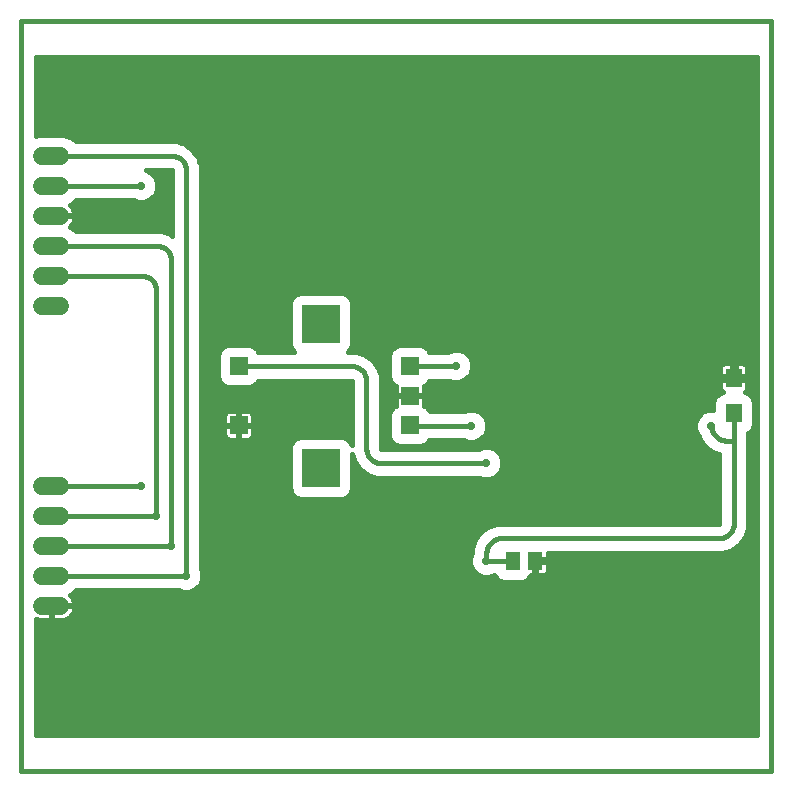
<source format=gbl>
G75*
%MOIN*%
%OFA0B0*%
%FSLAX24Y24*%
%IPPOS*%
%LPD*%
%AMOC8*
5,1,8,0,0,1.08239X$1,22.5*
%
%ADD10C,0.0160*%
%ADD11R,0.0512X0.0591*%
%ADD12R,0.0551X0.0630*%
%ADD13R,0.0594X0.0594*%
%ADD14R,0.1266X0.1266*%
%ADD15C,0.0600*%
%ADD16C,0.0280*%
D10*
X002050Y000180D02*
X002050Y025180D01*
X027050Y025180D01*
X027050Y000180D01*
X002050Y000180D01*
X002530Y001380D02*
X002530Y005253D01*
X002566Y005235D01*
X002638Y005212D01*
X002712Y005200D01*
X003030Y005200D01*
X003030Y005660D01*
X003070Y005660D01*
X003070Y005700D01*
X003830Y005700D01*
X003830Y005718D01*
X003818Y005792D01*
X003795Y005864D01*
X003761Y005932D01*
X003716Y005993D01*
X003663Y006046D01*
X003658Y006050D01*
X003747Y006087D01*
X003860Y006200D01*
X007298Y006200D01*
X007443Y006140D01*
X007657Y006140D01*
X007856Y006222D01*
X008008Y006374D01*
X008090Y006573D01*
X008090Y006787D01*
X008030Y006932D01*
X008030Y020335D01*
X007934Y020630D01*
X007934Y020630D01*
X007752Y020882D01*
X007500Y021064D01*
X007205Y021160D01*
X003860Y021160D01*
X003747Y021273D01*
X003489Y021380D01*
X002611Y021380D01*
X002530Y021347D01*
X002530Y023980D01*
X026570Y023980D01*
X026570Y001380D01*
X002530Y001380D01*
X002530Y001448D02*
X026570Y001448D01*
X026570Y001607D02*
X002530Y001607D01*
X002530Y001765D02*
X026570Y001765D01*
X026570Y001924D02*
X002530Y001924D01*
X002530Y002082D02*
X026570Y002082D01*
X026570Y002241D02*
X002530Y002241D01*
X002530Y002399D02*
X026570Y002399D01*
X026570Y002558D02*
X002530Y002558D01*
X002530Y002716D02*
X026570Y002716D01*
X026570Y002875D02*
X002530Y002875D01*
X002530Y003033D02*
X026570Y003033D01*
X026570Y003192D02*
X002530Y003192D01*
X002530Y003350D02*
X026570Y003350D01*
X026570Y003509D02*
X002530Y003509D01*
X002530Y003667D02*
X026570Y003667D01*
X026570Y003826D02*
X002530Y003826D01*
X002530Y003984D02*
X026570Y003984D01*
X026570Y004143D02*
X002530Y004143D01*
X002530Y004301D02*
X026570Y004301D01*
X026570Y004460D02*
X002530Y004460D01*
X002530Y004618D02*
X026570Y004618D01*
X026570Y004777D02*
X002530Y004777D01*
X002530Y004935D02*
X026570Y004935D01*
X026570Y005094D02*
X002530Y005094D01*
X002530Y005252D02*
X002533Y005252D01*
X003030Y005252D02*
X003070Y005252D01*
X003070Y005200D02*
X003388Y005200D01*
X003462Y005212D01*
X003534Y005235D01*
X003602Y005269D01*
X003663Y005314D01*
X003716Y005367D01*
X003761Y005428D01*
X003795Y005496D01*
X003818Y005568D01*
X003830Y005642D01*
X003830Y005660D01*
X003070Y005660D01*
X003070Y005200D01*
X003070Y005411D02*
X003030Y005411D01*
X003030Y005569D02*
X003070Y005569D01*
X003567Y005252D02*
X026570Y005252D01*
X026570Y005411D02*
X003748Y005411D01*
X003818Y005569D02*
X026570Y005569D01*
X026570Y005728D02*
X003828Y005728D01*
X003784Y005886D02*
X026570Y005886D01*
X026570Y006045D02*
X003664Y006045D01*
X003050Y006680D02*
X007550Y006680D01*
X007550Y020180D01*
X007070Y020180D02*
X007070Y018014D01*
X007000Y018064D01*
X006705Y018160D01*
X003860Y018160D01*
X003747Y018273D01*
X003658Y018310D01*
X003663Y018314D01*
X003716Y018367D01*
X003761Y018428D01*
X003795Y018496D01*
X003818Y018568D01*
X003830Y018642D01*
X003830Y018660D01*
X003070Y018660D01*
X003070Y018700D01*
X003830Y018700D01*
X003830Y018718D01*
X003818Y018792D01*
X003795Y018864D01*
X003761Y018932D01*
X003716Y018993D01*
X003663Y019046D01*
X003658Y019050D01*
X003747Y019087D01*
X003860Y019200D01*
X005798Y019200D01*
X005943Y019140D01*
X006157Y019140D01*
X006356Y019222D01*
X006508Y019374D01*
X006590Y019573D01*
X006590Y019787D01*
X006508Y019986D01*
X006356Y020138D01*
X006206Y020200D01*
X007050Y020200D01*
X007053Y020200D01*
X007059Y020198D01*
X007064Y020194D01*
X007068Y020189D01*
X007070Y020183D01*
X007070Y020180D01*
X007550Y020180D02*
X007548Y020224D01*
X007542Y020267D01*
X007533Y020309D01*
X007520Y020351D01*
X007503Y020391D01*
X007483Y020430D01*
X007460Y020467D01*
X007433Y020501D01*
X007404Y020534D01*
X007371Y020563D01*
X007337Y020590D01*
X007300Y020613D01*
X007261Y020633D01*
X007221Y020650D01*
X007179Y020663D01*
X007137Y020672D01*
X007094Y020678D01*
X007050Y020680D01*
X003050Y020680D01*
X003759Y021261D02*
X026570Y021261D01*
X026570Y021419D02*
X002530Y021419D01*
X002530Y021578D02*
X026570Y021578D01*
X026570Y021736D02*
X002530Y021736D01*
X002530Y021895D02*
X026570Y021895D01*
X026570Y022053D02*
X002530Y022053D01*
X002530Y022212D02*
X026570Y022212D01*
X026570Y022370D02*
X002530Y022370D01*
X002530Y022529D02*
X026570Y022529D01*
X026570Y022687D02*
X002530Y022687D01*
X002530Y022846D02*
X026570Y022846D01*
X026570Y023004D02*
X002530Y023004D01*
X002530Y023163D02*
X026570Y023163D01*
X026570Y023321D02*
X002530Y023321D01*
X002530Y023480D02*
X026570Y023480D01*
X026570Y023638D02*
X002530Y023638D01*
X002530Y023797D02*
X026570Y023797D01*
X026570Y023955D02*
X002530Y023955D01*
X006324Y020151D02*
X007070Y020151D01*
X007070Y019993D02*
X006501Y019993D01*
X006571Y019834D02*
X007070Y019834D01*
X007070Y019676D02*
X006590Y019676D01*
X006567Y019517D02*
X007070Y019517D01*
X007070Y019359D02*
X006492Y019359D01*
X006302Y019200D02*
X007070Y019200D01*
X007070Y019042D02*
X003667Y019042D01*
X003785Y018883D02*
X007070Y018883D01*
X007070Y018725D02*
X003829Y018725D01*
X003818Y018566D02*
X007070Y018566D01*
X007070Y018408D02*
X003745Y018408D01*
X003771Y018249D02*
X007070Y018249D01*
X007070Y018091D02*
X006919Y018091D01*
X007000Y018064D02*
X007000Y018064D01*
X006550Y017680D02*
X003050Y017680D01*
X003050Y016680D02*
X006050Y016680D01*
X006094Y016678D01*
X006137Y016672D01*
X006179Y016663D01*
X006221Y016650D01*
X006261Y016633D01*
X006300Y016613D01*
X006337Y016590D01*
X006371Y016563D01*
X006404Y016534D01*
X006433Y016501D01*
X006460Y016467D01*
X006483Y016430D01*
X006503Y016391D01*
X006520Y016351D01*
X006533Y016309D01*
X006542Y016267D01*
X006548Y016224D01*
X006550Y016180D01*
X006550Y008680D01*
X003050Y008680D01*
X003050Y007680D02*
X007050Y007680D01*
X007050Y017180D01*
X007048Y017224D01*
X007042Y017267D01*
X007033Y017309D01*
X007020Y017351D01*
X007003Y017391D01*
X006983Y017430D01*
X006960Y017467D01*
X006933Y017501D01*
X006904Y017534D01*
X006871Y017563D01*
X006837Y017590D01*
X006800Y017613D01*
X006761Y017633D01*
X006721Y017650D01*
X006679Y017663D01*
X006637Y017672D01*
X006594Y017678D01*
X006550Y017680D01*
X008030Y017615D02*
X026570Y017615D01*
X026570Y017457D02*
X008030Y017457D01*
X008030Y017298D02*
X026570Y017298D01*
X026570Y017140D02*
X008030Y017140D01*
X008030Y016981D02*
X026570Y016981D01*
X026570Y016823D02*
X008030Y016823D01*
X008030Y016664D02*
X026570Y016664D01*
X026570Y016506D02*
X008030Y016506D01*
X008030Y016347D02*
X026570Y016347D01*
X026570Y016189D02*
X008030Y016189D01*
X008030Y016030D02*
X011167Y016030D01*
X011190Y016054D02*
X011078Y015941D01*
X011017Y015794D01*
X011017Y014369D01*
X011078Y014222D01*
X011155Y014144D01*
X009948Y014144D01*
X009930Y014188D01*
X009818Y014300D01*
X009671Y014361D01*
X008918Y014361D01*
X008771Y014300D01*
X008658Y014188D01*
X008597Y014041D01*
X008597Y013288D01*
X008658Y013141D01*
X008771Y013028D01*
X008918Y012967D01*
X009671Y012967D01*
X009818Y013028D01*
X009930Y013141D01*
X009948Y013184D01*
X013066Y013184D01*
X013066Y013184D01*
X013068Y013184D01*
X013069Y013183D01*
X013070Y013182D01*
X013070Y013181D01*
X013070Y013180D01*
X013070Y011023D01*
X013022Y011138D01*
X012910Y011251D01*
X012763Y011311D01*
X011337Y011311D01*
X011190Y011251D01*
X011078Y011138D01*
X011017Y010991D01*
X011017Y009566D01*
X011078Y009419D01*
X011190Y009306D01*
X011337Y009245D01*
X012763Y009245D01*
X012910Y009306D01*
X013022Y009419D01*
X013083Y009566D01*
X013083Y010735D01*
X013166Y010480D01*
X013166Y010480D01*
X013348Y010228D01*
X013348Y010228D01*
X013348Y010228D01*
X013600Y010046D01*
X013895Y009950D01*
X017298Y009950D01*
X017443Y009890D01*
X017657Y009890D01*
X017856Y009972D01*
X018008Y010124D01*
X018090Y010323D01*
X018090Y010537D01*
X018008Y010736D01*
X017856Y010888D01*
X017657Y010970D01*
X017443Y010970D01*
X017298Y010910D01*
X014050Y010910D01*
X014047Y010910D01*
X014041Y010912D01*
X014036Y010916D01*
X014032Y010921D01*
X014030Y010927D01*
X014030Y010930D01*
X014030Y013333D01*
X013936Y013623D01*
X013756Y013870D01*
X013756Y013870D01*
X013509Y014050D01*
X013218Y014144D01*
X012945Y014144D01*
X013022Y014222D01*
X013083Y014369D01*
X013083Y015794D01*
X013022Y015941D01*
X012910Y016054D01*
X012763Y016115D01*
X011337Y016115D01*
X011190Y016054D01*
X011049Y015872D02*
X008030Y015872D01*
X008030Y015713D02*
X011017Y015713D01*
X011017Y015555D02*
X008030Y015555D01*
X008030Y015396D02*
X011017Y015396D01*
X011017Y015238D02*
X008030Y015238D01*
X008030Y015079D02*
X011017Y015079D01*
X011017Y014921D02*
X008030Y014921D01*
X008030Y014762D02*
X011017Y014762D01*
X011017Y014604D02*
X008030Y014604D01*
X008030Y014445D02*
X011017Y014445D01*
X011051Y014287D02*
X009831Y014287D01*
X009294Y013664D02*
X013066Y013664D01*
X013108Y013662D01*
X013150Y013657D01*
X013191Y013648D01*
X013232Y013635D01*
X013271Y013619D01*
X013308Y013599D01*
X013344Y013576D01*
X013377Y013551D01*
X013408Y013522D01*
X013437Y013491D01*
X013462Y013458D01*
X013485Y013422D01*
X013505Y013385D01*
X013521Y013346D01*
X013534Y013305D01*
X013543Y013264D01*
X013548Y013222D01*
X013550Y013180D01*
X013550Y010930D01*
X014030Y010958D02*
X017414Y010958D01*
X017356Y011222D02*
X017508Y011374D01*
X017590Y011573D01*
X017590Y011787D01*
X017508Y011986D01*
X017356Y012138D01*
X017157Y012220D01*
X016943Y012220D01*
X016798Y012160D01*
X015663Y012160D01*
X015639Y012219D01*
X015526Y012332D01*
X015478Y012352D01*
X015480Y012359D01*
X015480Y012662D01*
X015021Y012662D01*
X015021Y012698D01*
X015480Y012698D01*
X015480Y013001D01*
X015478Y013008D01*
X015526Y013028D01*
X015639Y013141D01*
X015657Y013184D01*
X016336Y013184D01*
X016443Y013140D01*
X016657Y013140D01*
X016856Y013222D01*
X017008Y013374D01*
X017090Y013573D01*
X017090Y013787D01*
X017008Y013986D01*
X016856Y014138D01*
X016657Y014220D01*
X016443Y014220D01*
X016260Y014144D01*
X015657Y014144D01*
X015639Y014188D01*
X015526Y014300D01*
X015379Y014361D01*
X014626Y014361D01*
X014479Y014300D01*
X014367Y014188D01*
X014306Y014041D01*
X014306Y013288D01*
X014367Y013141D01*
X014479Y013028D01*
X014528Y013008D01*
X014526Y013001D01*
X014526Y012698D01*
X014984Y012698D01*
X014984Y012662D01*
X014526Y012662D01*
X014526Y012359D01*
X014528Y012352D01*
X014479Y012332D01*
X014367Y012219D01*
X014306Y012072D01*
X014306Y011319D01*
X014367Y011172D01*
X014479Y011060D01*
X014626Y010999D01*
X015379Y010999D01*
X015526Y011060D01*
X015639Y011172D01*
X015650Y011200D01*
X016798Y011200D01*
X016943Y011140D01*
X017157Y011140D01*
X017356Y011222D01*
X017409Y011275D02*
X024651Y011275D01*
X024666Y011230D02*
X024666Y011230D01*
X024632Y011334D01*
X024592Y011374D01*
X024510Y011573D01*
X024510Y011787D01*
X024592Y011986D01*
X024744Y012138D01*
X024943Y012220D01*
X025124Y012220D01*
X025124Y012484D01*
X025185Y012631D01*
X025298Y012744D01*
X025434Y012800D01*
X025414Y012812D01*
X025380Y012845D01*
X025357Y012886D01*
X025344Y012932D01*
X025344Y013213D01*
X025742Y013213D01*
X025742Y013328D01*
X025344Y013328D01*
X025344Y013609D01*
X025357Y013655D01*
X025380Y013696D01*
X025414Y013730D01*
X025455Y013753D01*
X025501Y013766D01*
X025742Y013766D01*
X025742Y013328D01*
X025858Y013328D01*
X026256Y013328D01*
X026256Y013609D01*
X026243Y013655D01*
X026220Y013696D01*
X026186Y013730D01*
X026145Y013753D01*
X026099Y013766D01*
X025858Y013766D01*
X025858Y013328D01*
X025858Y013213D01*
X026256Y013213D01*
X026256Y012932D01*
X026243Y012886D01*
X026220Y012845D01*
X026186Y012812D01*
X026166Y012800D01*
X026302Y012744D01*
X026415Y012631D01*
X026476Y012484D01*
X026476Y011695D01*
X026415Y011548D01*
X026302Y011435D01*
X026280Y011426D01*
X026280Y008275D01*
X026184Y007980D01*
X026184Y007980D01*
X026002Y007728D01*
X026002Y007728D01*
X026002Y007728D01*
X025750Y007546D01*
X025750Y007546D01*
X025455Y007450D01*
X019610Y007450D01*
X019610Y007228D01*
X019222Y007228D01*
X019222Y007132D01*
X019222Y006705D01*
X019454Y006705D01*
X019499Y006717D01*
X019540Y006741D01*
X019574Y006774D01*
X019598Y006815D01*
X019610Y006861D01*
X019610Y007132D01*
X019222Y007132D01*
X019126Y007132D01*
X019126Y006705D01*
X019040Y006705D01*
X019021Y006658D01*
X018908Y006546D01*
X018761Y006485D01*
X018091Y006485D01*
X017943Y006546D01*
X017831Y006658D01*
X017814Y006700D01*
X017802Y006700D01*
X017657Y006640D01*
X017443Y006640D01*
X017244Y006722D01*
X017092Y006874D01*
X017010Y007073D01*
X017010Y007287D01*
X017070Y007432D01*
X017070Y007585D01*
X017166Y007880D01*
X017166Y007880D01*
X017348Y008132D01*
X017348Y008132D01*
X017348Y008132D01*
X017600Y008314D01*
X017600Y008314D01*
X017895Y008410D01*
X025300Y008410D01*
X025303Y008410D01*
X025309Y008412D01*
X025314Y008416D01*
X025318Y008421D01*
X025320Y008427D01*
X025320Y008427D01*
X025320Y008430D01*
X025320Y010724D01*
X025100Y010796D01*
X025100Y010796D01*
X024848Y010978D01*
X024848Y010978D01*
X024848Y010978D01*
X024666Y011230D01*
X024748Y011117D02*
X015583Y011117D01*
X015019Y011680D02*
X017050Y011680D01*
X017426Y012068D02*
X024674Y012068D01*
X024560Y011909D02*
X017540Y011909D01*
X017590Y011751D02*
X024510Y011751D01*
X024510Y011592D02*
X017590Y011592D01*
X017532Y011434D02*
X024568Y011434D01*
X024876Y010958D02*
X017686Y010958D01*
X017944Y010800D02*
X025095Y010800D01*
X025320Y010641D02*
X018047Y010641D01*
X018090Y010483D02*
X025320Y010483D01*
X025320Y010324D02*
X018090Y010324D01*
X018025Y010166D02*
X025320Y010166D01*
X025320Y010007D02*
X017891Y010007D01*
X017550Y010430D02*
X014050Y010430D01*
X014006Y010432D01*
X013963Y010438D01*
X013921Y010447D01*
X013879Y010460D01*
X013839Y010477D01*
X013800Y010497D01*
X013763Y010520D01*
X013729Y010547D01*
X013696Y010576D01*
X013667Y010609D01*
X013640Y010643D01*
X013617Y010680D01*
X013597Y010719D01*
X013580Y010759D01*
X013567Y010801D01*
X013558Y010843D01*
X013552Y010886D01*
X013550Y010930D01*
X014030Y011117D02*
X014423Y011117D01*
X014324Y011275D02*
X014030Y011275D01*
X014030Y011434D02*
X014306Y011434D01*
X014306Y011592D02*
X014030Y011592D01*
X014030Y011751D02*
X014306Y011751D01*
X014306Y011909D02*
X014030Y011909D01*
X014030Y012068D02*
X014306Y012068D01*
X014374Y012226D02*
X014030Y012226D01*
X014030Y012385D02*
X014526Y012385D01*
X014526Y012543D02*
X014030Y012543D01*
X014030Y012702D02*
X014526Y012702D01*
X014526Y012860D02*
X014030Y012860D01*
X014030Y013019D02*
X014503Y013019D01*
X014352Y013177D02*
X014030Y013177D01*
X014029Y013336D02*
X014306Y013336D01*
X014306Y013494D02*
X013978Y013494D01*
X013914Y013653D02*
X014306Y013653D01*
X014306Y013811D02*
X013799Y013811D01*
X013620Y013970D02*
X014306Y013970D01*
X014342Y014128D02*
X013268Y014128D01*
X013509Y014050D02*
X013509Y014050D01*
X013049Y014287D02*
X014466Y014287D01*
X015003Y013664D02*
X016534Y013664D01*
X016540Y013665D01*
X016545Y013669D01*
X016549Y013674D01*
X016550Y013680D01*
X016969Y013336D02*
X025344Y013336D01*
X025344Y013494D02*
X017057Y013494D01*
X017090Y013653D02*
X025356Y013653D01*
X025742Y013653D02*
X025858Y013653D01*
X025858Y013494D02*
X025742Y013494D01*
X025742Y013336D02*
X025858Y013336D01*
X026256Y013336D02*
X026570Y013336D01*
X026570Y013494D02*
X026256Y013494D01*
X026244Y013653D02*
X026570Y013653D01*
X026570Y013811D02*
X017080Y013811D01*
X017015Y013970D02*
X026570Y013970D01*
X026570Y014128D02*
X016866Y014128D01*
X016747Y013177D02*
X025344Y013177D01*
X025344Y013019D02*
X015503Y013019D01*
X015480Y012860D02*
X025372Y012860D01*
X025256Y012702D02*
X015480Y012702D01*
X015480Y012543D02*
X025149Y012543D01*
X025124Y012385D02*
X015480Y012385D01*
X015632Y012226D02*
X025124Y012226D01*
X025800Y012089D02*
X025800Y011180D01*
X025550Y011180D01*
X025800Y011180D02*
X025800Y008430D01*
X025318Y008422D02*
X008030Y008422D01*
X008030Y008264D02*
X017530Y008264D01*
X017329Y008105D02*
X008030Y008105D01*
X008030Y007947D02*
X017214Y007947D01*
X017136Y007788D02*
X008030Y007788D01*
X008030Y007630D02*
X017084Y007630D01*
X017070Y007471D02*
X008030Y007471D01*
X008030Y007313D02*
X017020Y007313D01*
X017010Y007154D02*
X008030Y007154D01*
X008030Y006996D02*
X017042Y006996D01*
X017129Y006837D02*
X008069Y006837D01*
X008090Y006679D02*
X017350Y006679D01*
X017750Y006679D02*
X017823Y006679D01*
X018005Y006520D02*
X008068Y006520D01*
X007995Y006362D02*
X026570Y006362D01*
X026570Y006520D02*
X018847Y006520D01*
X019029Y006679D02*
X026570Y006679D01*
X026570Y006837D02*
X019603Y006837D01*
X019610Y006996D02*
X026570Y006996D01*
X026570Y007154D02*
X019222Y007154D01*
X019174Y007180D02*
X020050Y007180D01*
X019610Y007313D02*
X026570Y007313D01*
X026570Y007471D02*
X025520Y007471D01*
X025865Y007630D02*
X026570Y007630D01*
X026570Y007788D02*
X026045Y007788D01*
X026160Y007947D02*
X026570Y007947D01*
X026570Y008105D02*
X026225Y008105D01*
X026276Y008264D02*
X026570Y008264D01*
X026570Y008422D02*
X026280Y008422D01*
X026280Y008581D02*
X026570Y008581D01*
X026570Y008739D02*
X026280Y008739D01*
X026280Y008898D02*
X026570Y008898D01*
X026570Y009056D02*
X026280Y009056D01*
X026280Y009215D02*
X026570Y009215D01*
X026570Y009373D02*
X026280Y009373D01*
X026280Y009532D02*
X026570Y009532D01*
X026570Y009690D02*
X026280Y009690D01*
X026280Y009849D02*
X026570Y009849D01*
X026570Y010007D02*
X026280Y010007D01*
X026280Y010166D02*
X026570Y010166D01*
X026570Y010324D02*
X026280Y010324D01*
X026280Y010483D02*
X026570Y010483D01*
X026570Y010641D02*
X026280Y010641D01*
X026280Y010800D02*
X026570Y010800D01*
X026570Y010958D02*
X026280Y010958D01*
X026280Y011117D02*
X026570Y011117D01*
X026570Y011275D02*
X026280Y011275D01*
X026298Y011434D02*
X026570Y011434D01*
X026570Y011592D02*
X026433Y011592D01*
X026476Y011751D02*
X026570Y011751D01*
X026570Y011909D02*
X026476Y011909D01*
X026476Y012068D02*
X026570Y012068D01*
X026570Y012226D02*
X026476Y012226D01*
X026476Y012385D02*
X026570Y012385D01*
X026570Y012543D02*
X026451Y012543D01*
X026344Y012702D02*
X026570Y012702D01*
X026570Y012860D02*
X026228Y012860D01*
X026256Y013019D02*
X026570Y013019D01*
X026570Y013177D02*
X026256Y013177D01*
X026570Y014287D02*
X015540Y014287D01*
X015654Y013177D02*
X016353Y013177D01*
X017050Y012680D02*
X015003Y012680D01*
X015003Y011696D02*
X015004Y011690D01*
X015008Y011685D01*
X015013Y011681D01*
X015019Y011680D01*
X013435Y010166D02*
X013083Y010166D01*
X013083Y010324D02*
X013279Y010324D01*
X013165Y010483D02*
X013083Y010483D01*
X013083Y010641D02*
X013113Y010641D01*
X013070Y011117D02*
X013031Y011117D01*
X013070Y011275D02*
X012851Y011275D01*
X013070Y011434D02*
X009771Y011434D01*
X009771Y011375D02*
X009771Y011677D01*
X009313Y011677D01*
X009313Y011714D01*
X009771Y011714D01*
X009771Y012016D01*
X009759Y012062D01*
X009735Y012103D01*
X009701Y012137D01*
X009660Y012160D01*
X009615Y012173D01*
X009313Y012173D01*
X009313Y011714D01*
X009276Y011714D01*
X009276Y012173D01*
X008974Y012173D01*
X008928Y012160D01*
X008887Y012137D01*
X008853Y012103D01*
X008830Y012062D01*
X008817Y012016D01*
X008817Y011714D01*
X009276Y011714D01*
X009276Y011677D01*
X009313Y011677D01*
X009313Y011219D01*
X009615Y011219D01*
X009660Y011231D01*
X009701Y011255D01*
X009735Y011288D01*
X009759Y011329D01*
X009771Y011375D01*
X009722Y011275D02*
X011249Y011275D01*
X011069Y011117D02*
X008030Y011117D01*
X008030Y011275D02*
X008867Y011275D01*
X008853Y011288D02*
X008887Y011255D01*
X008928Y011231D01*
X008974Y011219D01*
X009276Y011219D01*
X009276Y011677D01*
X008817Y011677D01*
X008817Y011375D01*
X008830Y011329D01*
X008853Y011288D01*
X008817Y011434D02*
X008030Y011434D01*
X008030Y011592D02*
X008817Y011592D01*
X008817Y011751D02*
X008030Y011751D01*
X008030Y011909D02*
X008817Y011909D01*
X008833Y012068D02*
X008030Y012068D01*
X008030Y012226D02*
X013070Y012226D01*
X013070Y012068D02*
X009756Y012068D01*
X009771Y011909D02*
X013070Y011909D01*
X013070Y011751D02*
X009771Y011751D01*
X009771Y011592D02*
X013070Y011592D01*
X013070Y012385D02*
X008030Y012385D01*
X008030Y012543D02*
X013070Y012543D01*
X013070Y012702D02*
X008030Y012702D01*
X008030Y012860D02*
X013070Y012860D01*
X013070Y013019D02*
X009794Y013019D01*
X009945Y013177D02*
X013070Y013177D01*
X013083Y014445D02*
X026570Y014445D01*
X026570Y014604D02*
X013083Y014604D01*
X013083Y014762D02*
X026570Y014762D01*
X026570Y014921D02*
X013083Y014921D01*
X013083Y015079D02*
X026570Y015079D01*
X026570Y015238D02*
X013083Y015238D01*
X013083Y015396D02*
X026570Y015396D01*
X026570Y015555D02*
X013083Y015555D01*
X013083Y015713D02*
X026570Y015713D01*
X026570Y015872D02*
X013051Y015872D01*
X012933Y016030D02*
X026570Y016030D01*
X026570Y017774D02*
X008030Y017774D01*
X008030Y017932D02*
X026570Y017932D01*
X026570Y018091D02*
X008030Y018091D01*
X008030Y018249D02*
X026570Y018249D01*
X026570Y018408D02*
X008030Y018408D01*
X008030Y018566D02*
X026570Y018566D01*
X026570Y018725D02*
X008030Y018725D01*
X008030Y018883D02*
X026570Y018883D01*
X026570Y019042D02*
X008030Y019042D01*
X008030Y019200D02*
X026570Y019200D01*
X026570Y019359D02*
X008030Y019359D01*
X008030Y019517D02*
X026570Y019517D01*
X026570Y019676D02*
X008030Y019676D01*
X008030Y019834D02*
X026570Y019834D01*
X026570Y019993D02*
X008030Y019993D01*
X008030Y020151D02*
X026570Y020151D01*
X026570Y020310D02*
X008030Y020310D01*
X007987Y020468D02*
X026570Y020468D01*
X026570Y020627D02*
X007935Y020627D01*
X007822Y020785D02*
X026570Y020785D01*
X026570Y020944D02*
X007666Y020944D01*
X007752Y020882D02*
X007752Y020882D01*
X007752Y020882D01*
X007500Y021064D02*
X007500Y021064D01*
X007384Y021102D02*
X026570Y021102D01*
X025050Y011680D02*
X025052Y011636D01*
X025058Y011593D01*
X025067Y011551D01*
X025080Y011509D01*
X025097Y011469D01*
X025117Y011430D01*
X025140Y011393D01*
X025167Y011359D01*
X025196Y011326D01*
X025229Y011297D01*
X025263Y011270D01*
X025300Y011247D01*
X025339Y011227D01*
X025379Y011210D01*
X025421Y011197D01*
X025463Y011188D01*
X025506Y011182D01*
X025550Y011180D01*
X025320Y009849D02*
X013083Y009849D01*
X013083Y010007D02*
X013719Y010007D01*
X013600Y010046D02*
X013600Y010046D01*
X013083Y009690D02*
X025320Y009690D01*
X025320Y009532D02*
X013069Y009532D01*
X012976Y009373D02*
X025320Y009373D01*
X025320Y009215D02*
X008030Y009215D01*
X008030Y009373D02*
X011124Y009373D01*
X011031Y009532D02*
X008030Y009532D01*
X008030Y009690D02*
X011017Y009690D01*
X011017Y009849D02*
X008030Y009849D01*
X008030Y010007D02*
X011017Y010007D01*
X011017Y010166D02*
X008030Y010166D01*
X008030Y010324D02*
X011017Y010324D01*
X011017Y010483D02*
X008030Y010483D01*
X008030Y010641D02*
X011017Y010641D01*
X011017Y010800D02*
X008030Y010800D01*
X008030Y010958D02*
X011017Y010958D01*
X009313Y011275D02*
X009276Y011275D01*
X009276Y011434D02*
X009313Y011434D01*
X009313Y011592D02*
X009276Y011592D01*
X009276Y011751D02*
X009313Y011751D01*
X009313Y011909D02*
X009276Y011909D01*
X009276Y012068D02*
X009313Y012068D01*
X008794Y013019D02*
X008030Y013019D01*
X008030Y013177D02*
X008643Y013177D01*
X008597Y013336D02*
X008030Y013336D01*
X008030Y013494D02*
X008597Y013494D01*
X008597Y013653D02*
X008030Y013653D01*
X008030Y013811D02*
X008597Y013811D01*
X008597Y013970D02*
X008030Y013970D01*
X008030Y014128D02*
X008633Y014128D01*
X008757Y014287D02*
X008030Y014287D01*
X006050Y009680D02*
X003050Y009680D01*
X007810Y006203D02*
X026570Y006203D01*
X025300Y007930D02*
X018050Y007930D01*
X018006Y007928D01*
X017963Y007922D01*
X017921Y007913D01*
X017879Y007900D01*
X017839Y007883D01*
X017800Y007863D01*
X017763Y007840D01*
X017729Y007813D01*
X017696Y007784D01*
X017667Y007751D01*
X017640Y007717D01*
X017617Y007680D01*
X017597Y007641D01*
X017580Y007601D01*
X017567Y007559D01*
X017558Y007517D01*
X017552Y007474D01*
X017550Y007430D01*
X017550Y007180D01*
X018426Y007180D01*
X019126Y006996D02*
X019222Y006996D01*
X019222Y006837D02*
X019126Y006837D01*
X025300Y007930D02*
X025344Y007932D01*
X025387Y007938D01*
X025429Y007947D01*
X025471Y007960D01*
X025511Y007977D01*
X025550Y007997D01*
X025587Y008020D01*
X025621Y008047D01*
X025654Y008076D01*
X025683Y008109D01*
X025710Y008143D01*
X025733Y008180D01*
X025753Y008219D01*
X025770Y008259D01*
X025783Y008301D01*
X025792Y008343D01*
X025798Y008386D01*
X025800Y008430D01*
X025320Y008581D02*
X008030Y008581D01*
X008030Y008739D02*
X025320Y008739D01*
X025320Y008898D02*
X008030Y008898D01*
X008030Y009056D02*
X025320Y009056D01*
X006050Y019680D02*
X003050Y019680D01*
D11*
X018426Y007180D03*
X019174Y007180D03*
D12*
X025800Y012089D03*
X025800Y013271D03*
D13*
X015003Y013664D03*
X015003Y012680D03*
X015003Y011696D03*
X009294Y011696D03*
X009294Y013664D03*
D14*
X012050Y015082D03*
X012050Y010278D03*
D15*
X003350Y009680D02*
X002750Y009680D01*
X002750Y008680D02*
X003350Y008680D01*
X003350Y007680D02*
X002750Y007680D01*
X002750Y006680D02*
X003350Y006680D01*
X003350Y005680D02*
X002750Y005680D01*
X002750Y015680D02*
X003350Y015680D01*
X003350Y016680D02*
X002750Y016680D01*
X002750Y017680D02*
X003350Y017680D01*
X003350Y018680D02*
X002750Y018680D01*
X002750Y019680D02*
X003350Y019680D01*
X003350Y020680D02*
X002750Y020680D01*
D16*
X006050Y019680D03*
X016550Y013680D03*
X017050Y012680D03*
X017050Y011680D03*
X017550Y010430D03*
X017550Y007180D03*
X020050Y007180D03*
X025050Y011680D03*
X025050Y013680D03*
X007550Y006680D03*
X007050Y007680D03*
X006550Y008680D03*
X006050Y009680D03*
M02*

</source>
